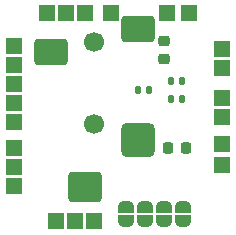
<source format=gbr>
%TF.GenerationSoftware,KiCad,Pcbnew,8.99.0-2176-gc19aa8170b*%
%TF.CreationDate,2024-08-30T16:07:14-04:00*%
%TF.ProjectId,scampi,7363616d-7069-42e6-9b69-6361645f7063,rev?*%
%TF.SameCoordinates,Original*%
%TF.FileFunction,Soldermask,Bot*%
%TF.FilePolarity,Negative*%
%FSLAX46Y46*%
G04 Gerber Fmt 4.6, Leading zero omitted, Abs format (unit mm)*
G04 Created by KiCad (PCBNEW 8.99.0-2176-gc19aa8170b) date 2024-08-30 16:07:14*
%MOMM*%
%LPD*%
G01*
G04 APERTURE LIST*
G04 Aperture macros list*
%AMRoundRect*
0 Rectangle with rounded corners*
0 $1 Rounding radius*
0 $2 $3 $4 $5 $6 $7 $8 $9 X,Y pos of 4 corners*
0 Add a 4 corners polygon primitive as box body*
4,1,4,$2,$3,$4,$5,$6,$7,$8,$9,$2,$3,0*
0 Add four circle primitives for the rounded corners*
1,1,$1+$1,$2,$3*
1,1,$1+$1,$4,$5*
1,1,$1+$1,$6,$7*
1,1,$1+$1,$8,$9*
0 Add four rect primitives between the rounded corners*
20,1,$1+$1,$2,$3,$4,$5,0*
20,1,$1+$1,$4,$5,$6,$7,0*
20,1,$1+$1,$6,$7,$8,$9,0*
20,1,$1+$1,$8,$9,$2,$3,0*%
%AMFreePoly0*
4,1,19,0.500000,-0.675000,0.000000,-0.675000,0.000000,-0.669911,-0.071157,-0.669911,-0.207708,-0.629816,-0.327430,-0.552875,-0.420627,-0.445320,-0.479746,-0.315866,-0.500000,-0.175000,-0.500000,0.175000,-0.479746,0.315866,-0.420627,0.445320,-0.327430,0.552875,-0.207708,0.629816,-0.071157,0.669911,0.000000,0.669911,0.000000,0.675000,0.500000,0.675000,0.500000,-0.675000,0.500000,-0.675000,
$1*%
%AMFreePoly1*
4,1,19,0.000000,0.669911,0.071157,0.669911,0.207708,0.629816,0.327430,0.552875,0.420627,0.445320,0.479746,0.315866,0.500000,0.175000,0.500000,-0.175000,0.479746,-0.315866,0.420627,-0.445320,0.327430,-0.552875,0.207708,-0.629816,0.071157,-0.669911,0.000000,-0.669911,0.000000,-0.675000,-0.500000,-0.675000,-0.500000,0.675000,0.000000,0.675000,0.000000,0.669911,0.000000,0.669911,
$1*%
G04 Aperture macros list end*
%ADD10RoundRect,0.210000X-0.490000X-0.490000X0.490000X-0.490000X0.490000X0.490000X-0.490000X0.490000X0*%
%ADD11RoundRect,0.210000X0.490000X0.490000X-0.490000X0.490000X-0.490000X-0.490000X0.490000X-0.490000X0*%
%ADD12RoundRect,0.140000X0.140000X0.170000X-0.140000X0.170000X-0.140000X-0.170000X0.140000X-0.170000X0*%
%ADD13FreePoly0,90.000000*%
%ADD14FreePoly1,90.000000*%
%ADD15C,1.700000*%
%ADD16RoundRect,0.275000X1.125000X0.825000X-1.125000X0.825000X-1.125000X-0.825000X1.125000X-0.825000X0*%
%ADD17RoundRect,0.350000X1.050000X1.050000X-1.050000X1.050000X-1.050000X-1.050000X1.050000X-1.050000X0*%
%ADD18RoundRect,0.325000X1.075000X0.975000X-1.075000X0.975000X-1.075000X-0.975000X1.075000X-0.975000X0*%
%ADD19RoundRect,0.140000X-0.140000X-0.170000X0.140000X-0.170000X0.140000X0.170000X-0.140000X0.170000X0*%
%ADD20RoundRect,0.225000X0.250000X-0.225000X0.250000X0.225000X-0.250000X0.225000X-0.250000X-0.225000X0*%
%ADD21RoundRect,0.225000X0.225000X0.250000X-0.225000X0.250000X-0.225000X-0.250000X0.225000X-0.250000X0*%
G04 APERTURE END LIST*
D10*
%TO.C,TP9*%
X144400000Y-103800000D03*
%TD*%
%TO.C,SPKR-1*%
X156800000Y-90800000D03*
%TD*%
%TO.C,TP17*%
X145200000Y-86200000D03*
%TD*%
%TO.C,TP3*%
X139200000Y-90600000D03*
%TD*%
%TO.C,SPKL+1*%
X156800000Y-93400000D03*
%TD*%
%TO.C,TP13*%
X146000000Y-103800000D03*
%TD*%
%TO.C,TP1*%
X142000000Y-86200000D03*
%TD*%
%TO.C,SPKR+1*%
X156800000Y-89200000D03*
%TD*%
%TO.C,TP6*%
X156809832Y-99035239D03*
%TD*%
%TO.C,TP8*%
X142800000Y-103800000D03*
%TD*%
%TO.C,DET1*%
X147400000Y-86200000D03*
%TD*%
%TO.C,HPR1*%
X152200000Y-86200000D03*
%TD*%
%TO.C,TP16*%
X139200000Y-95400000D03*
%TD*%
%TO.C,TP15*%
X139200000Y-100800000D03*
%TD*%
%TO.C,TP2*%
X139200000Y-89000000D03*
%TD*%
%TO.C,TP18*%
X143600000Y-86200000D03*
%TD*%
%TO.C,TP5*%
X139200000Y-93800000D03*
%TD*%
%TO.C,SPVDD1*%
X156809832Y-97285239D03*
%TD*%
%TO.C,SPKL-1*%
X156800000Y-95000000D03*
%TD*%
%TO.C,TP4*%
X139200000Y-92200000D03*
%TD*%
D11*
%TO.C,VOL+1*%
X139200000Y-99200000D03*
%TD*%
%TO.C,VOL-1*%
X139200000Y-97600000D03*
%TD*%
D10*
%TO.C,HPL1*%
X154000000Y-86200000D03*
%TD*%
D12*
%TO.C,C12*%
X153460000Y-93475411D03*
X152500000Y-93475411D03*
%TD*%
D13*
%TO.C,JP3*%
X150300000Y-103800000D03*
D14*
X150300000Y-102600000D03*
%TD*%
D15*
%TO.C,J1*%
X146000000Y-95600000D03*
X146000000Y-88600000D03*
D16*
X142300000Y-89500000D03*
X149700000Y-87500000D03*
D17*
X149700000Y-96900000D03*
D18*
X145250000Y-100900000D03*
%TD*%
D13*
%TO.C,JP4*%
X148700000Y-103800000D03*
D14*
X148700000Y-102600000D03*
%TD*%
D13*
%TO.C,JP1*%
X153500000Y-103800000D03*
D14*
X153500000Y-102600000D03*
%TD*%
D19*
%TO.C,C10*%
X149704518Y-92703604D03*
X150664518Y-92703604D03*
%TD*%
D20*
%TO.C,C7*%
X151900000Y-90100000D03*
X151900000Y-88550000D03*
%TD*%
D13*
%TO.C,JP2*%
X151900000Y-103800000D03*
D14*
X151900000Y-102600000D03*
%TD*%
D21*
%TO.C,C6*%
X153800000Y-97600000D03*
X152250000Y-97600000D03*
%TD*%
D12*
%TO.C,C11*%
X153460000Y-91975000D03*
X152500000Y-91975000D03*
%TD*%
M02*

</source>
